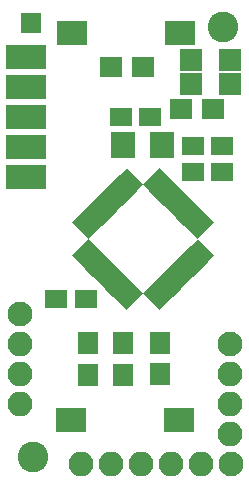
<source format=gts>
G04 #@! TF.FileFunction,Soldermask,Top*
%FSLAX46Y46*%
G04 Gerber Fmt 4.6, Leading zero omitted, Abs format (unit mm)*
G04 Created by KiCad (PCBNEW 4.0.2-stable) date 01.06.2017 12:53:20*
%MOMM*%
G01*
G04 APERTURE LIST*
%ADD10C,0.100000*%
%ADD11C,2.100000*%
%ADD12O,2.100000X2.100000*%
%ADD13R,3.400000X2.100000*%
%ADD14R,2.580000X2.000000*%
%ADD15R,1.900000X1.650000*%
%ADD16R,1.900000X1.900000*%
%ADD17R,1.700000X1.900000*%
%ADD18R,1.900000X1.700000*%
%ADD19R,2.150000X2.200000*%
%ADD20C,2.600000*%
%ADD21R,1.750000X1.750000*%
G04 APERTURE END LIST*
D10*
D11*
X170878500Y-111061500D03*
D12*
X170878500Y-113601500D03*
X170878500Y-116141500D03*
X170878500Y-118681500D03*
D13*
X171410500Y-89281000D03*
X171410500Y-94361000D03*
X171410500Y-99441000D03*
X171386500Y-91821000D03*
X171386500Y-96901000D03*
D10*
G36*
X186648834Y-102643212D02*
X187320586Y-103314964D01*
X185906372Y-104729178D01*
X185234620Y-104057426D01*
X186648834Y-102643212D01*
X186648834Y-102643212D01*
G37*
G36*
X186083148Y-102077527D02*
X186754900Y-102749279D01*
X185340686Y-104163493D01*
X184668934Y-103491741D01*
X186083148Y-102077527D01*
X186083148Y-102077527D01*
G37*
G36*
X185517463Y-101511841D02*
X186189215Y-102183593D01*
X184775001Y-103597807D01*
X184103249Y-102926055D01*
X185517463Y-101511841D01*
X185517463Y-101511841D01*
G37*
G36*
X184951778Y-100946156D02*
X185623530Y-101617908D01*
X184209316Y-103032122D01*
X183537564Y-102360370D01*
X184951778Y-100946156D01*
X184951778Y-100946156D01*
G37*
G36*
X184386092Y-100380470D02*
X185057844Y-101052222D01*
X183643630Y-102466436D01*
X182971878Y-101794684D01*
X184386092Y-100380470D01*
X184386092Y-100380470D01*
G37*
G36*
X183820407Y-99814785D02*
X184492159Y-100486537D01*
X183077945Y-101900751D01*
X182406193Y-101228999D01*
X183820407Y-99814785D01*
X183820407Y-99814785D01*
G37*
G36*
X183254721Y-99249100D02*
X183926473Y-99920852D01*
X182512259Y-101335066D01*
X181840507Y-100663314D01*
X183254721Y-99249100D01*
X183254721Y-99249100D01*
G37*
G36*
X182689036Y-98683414D02*
X183360788Y-99355166D01*
X181946574Y-100769380D01*
X181274822Y-100097628D01*
X182689036Y-98683414D01*
X182689036Y-98683414D01*
G37*
G36*
X179224212Y-99355166D02*
X179895964Y-98683414D01*
X181310178Y-100097628D01*
X180638426Y-100769380D01*
X179224212Y-99355166D01*
X179224212Y-99355166D01*
G37*
G36*
X178658527Y-99920852D02*
X179330279Y-99249100D01*
X180744493Y-100663314D01*
X180072741Y-101335066D01*
X178658527Y-99920852D01*
X178658527Y-99920852D01*
G37*
G36*
X178092841Y-100486537D02*
X178764593Y-99814785D01*
X180178807Y-101228999D01*
X179507055Y-101900751D01*
X178092841Y-100486537D01*
X178092841Y-100486537D01*
G37*
G36*
X177527156Y-101052222D02*
X178198908Y-100380470D01*
X179613122Y-101794684D01*
X178941370Y-102466436D01*
X177527156Y-101052222D01*
X177527156Y-101052222D01*
G37*
G36*
X176961470Y-101617908D02*
X177633222Y-100946156D01*
X179047436Y-102360370D01*
X178375684Y-103032122D01*
X176961470Y-101617908D01*
X176961470Y-101617908D01*
G37*
G36*
X176395785Y-102183593D02*
X177067537Y-101511841D01*
X178481751Y-102926055D01*
X177809999Y-103597807D01*
X176395785Y-102183593D01*
X176395785Y-102183593D01*
G37*
G36*
X175830100Y-102749279D02*
X176501852Y-102077527D01*
X177916066Y-103491741D01*
X177244314Y-104163493D01*
X175830100Y-102749279D01*
X175830100Y-102749279D01*
G37*
G36*
X175264414Y-103314964D02*
X175936166Y-102643212D01*
X177350380Y-104057426D01*
X176678628Y-104729178D01*
X175264414Y-103314964D01*
X175264414Y-103314964D01*
G37*
G36*
X176678628Y-104693822D02*
X177350380Y-105365574D01*
X175936166Y-106779788D01*
X175264414Y-106108036D01*
X176678628Y-104693822D01*
X176678628Y-104693822D01*
G37*
G36*
X177244314Y-105259507D02*
X177916066Y-105931259D01*
X176501852Y-107345473D01*
X175830100Y-106673721D01*
X177244314Y-105259507D01*
X177244314Y-105259507D01*
G37*
G36*
X177809999Y-105825193D02*
X178481751Y-106496945D01*
X177067537Y-107911159D01*
X176395785Y-107239407D01*
X177809999Y-105825193D01*
X177809999Y-105825193D01*
G37*
G36*
X178375684Y-106390878D02*
X179047436Y-107062630D01*
X177633222Y-108476844D01*
X176961470Y-107805092D01*
X178375684Y-106390878D01*
X178375684Y-106390878D01*
G37*
G36*
X178941370Y-106956564D02*
X179613122Y-107628316D01*
X178198908Y-109042530D01*
X177527156Y-108370778D01*
X178941370Y-106956564D01*
X178941370Y-106956564D01*
G37*
G36*
X179507055Y-107522249D02*
X180178807Y-108194001D01*
X178764593Y-109608215D01*
X178092841Y-108936463D01*
X179507055Y-107522249D01*
X179507055Y-107522249D01*
G37*
G36*
X180072741Y-108087934D02*
X180744493Y-108759686D01*
X179330279Y-110173900D01*
X178658527Y-109502148D01*
X180072741Y-108087934D01*
X180072741Y-108087934D01*
G37*
G36*
X180638426Y-108653620D02*
X181310178Y-109325372D01*
X179895964Y-110739586D01*
X179224212Y-110067834D01*
X180638426Y-108653620D01*
X180638426Y-108653620D01*
G37*
G36*
X181274822Y-109325372D02*
X181946574Y-108653620D01*
X183360788Y-110067834D01*
X182689036Y-110739586D01*
X181274822Y-109325372D01*
X181274822Y-109325372D01*
G37*
G36*
X181840507Y-108759686D02*
X182512259Y-108087934D01*
X183926473Y-109502148D01*
X183254721Y-110173900D01*
X181840507Y-108759686D01*
X181840507Y-108759686D01*
G37*
G36*
X182406193Y-108194001D02*
X183077945Y-107522249D01*
X184492159Y-108936463D01*
X183820407Y-109608215D01*
X182406193Y-108194001D01*
X182406193Y-108194001D01*
G37*
G36*
X182971878Y-107628316D02*
X183643630Y-106956564D01*
X185057844Y-108370778D01*
X184386092Y-109042530D01*
X182971878Y-107628316D01*
X182971878Y-107628316D01*
G37*
G36*
X183537564Y-107062630D02*
X184209316Y-106390878D01*
X185623530Y-107805092D01*
X184951778Y-108476844D01*
X183537564Y-107062630D01*
X183537564Y-107062630D01*
G37*
G36*
X184103249Y-106496945D02*
X184775001Y-105825193D01*
X186189215Y-107239407D01*
X185517463Y-107911159D01*
X184103249Y-106496945D01*
X184103249Y-106496945D01*
G37*
G36*
X184668934Y-105931259D02*
X185340686Y-105259507D01*
X186754900Y-106673721D01*
X186083148Y-107345473D01*
X184668934Y-105931259D01*
X184668934Y-105931259D01*
G37*
G36*
X185234620Y-105365574D02*
X185906372Y-104693822D01*
X187320586Y-106108036D01*
X186648834Y-106779788D01*
X185234620Y-105365574D01*
X185234620Y-105365574D01*
G37*
D11*
X188658500Y-113601500D03*
D12*
X188658500Y-116141500D03*
X188658500Y-118681500D03*
X188658500Y-121221500D03*
D11*
X188722000Y-123761500D03*
D12*
X186182000Y-123761500D03*
X183642000Y-123761500D03*
X181102000Y-123761500D03*
X178562000Y-123761500D03*
X176022000Y-123761500D03*
D14*
X184358500Y-120015000D03*
X175178500Y-120015000D03*
X175242000Y-87249000D03*
X184422000Y-87249000D03*
D15*
X185503500Y-99060000D03*
X188003500Y-99060000D03*
D16*
X185357500Y-91630500D03*
X188657500Y-91630500D03*
X185357500Y-89535000D03*
X188657500Y-89535000D03*
D17*
X182753000Y-113483400D03*
X182753000Y-116183400D03*
D18*
X184527200Y-93675200D03*
X187227200Y-93675200D03*
X181309000Y-90170000D03*
X178609000Y-90170000D03*
D15*
X185516200Y-96850200D03*
X188016200Y-96850200D03*
X179394800Y-94361000D03*
X181894800Y-94361000D03*
D19*
X182879400Y-96723200D03*
X179629400Y-96723200D03*
D20*
X188087000Y-86741000D03*
X171958000Y-123190000D03*
D21*
X171831000Y-86423500D03*
D17*
X179578000Y-113521500D03*
X179578000Y-116221500D03*
D15*
X173946500Y-109791500D03*
X176446500Y-109791500D03*
D17*
X176606200Y-116230400D03*
X176606200Y-113530400D03*
M02*

</source>
